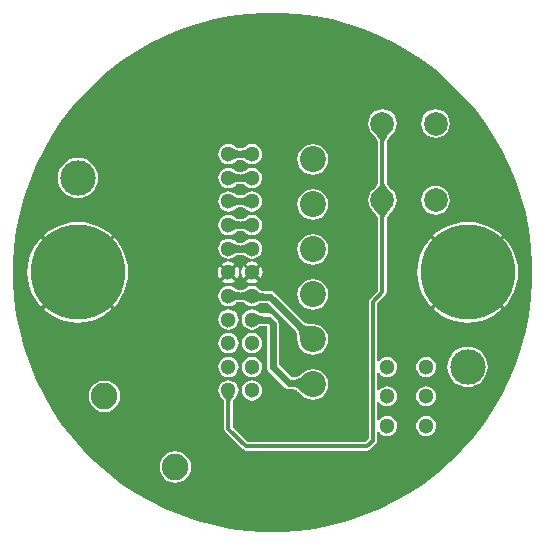
<source format=gtl>
G04*
G04 #@! TF.GenerationSoftware,Altium Limited,Altium Designer,20.1.8 (145)*
G04*
G04 Layer_Physical_Order=1*
G04 Layer_Color=255*
%FSTAX43Y43*%
%MOMM*%
G71*
G04*
G04 #@! TF.SameCoordinates,E6AD84FA-A84C-469F-AD0F-9F455A438001*
G04*
G04*
G04 #@! TF.FilePolarity,Positive*
G04*
G01*
G75*
%ADD16C,0.300*%
%ADD17C,0.600*%
%ADD18C,3.000*%
%ADD19C,2.000*%
%ADD20C,1.300*%
%ADD21C,2.200*%
%ADD22C,2.250*%
%ADD23C,8.000*%
G36*
X0097157Y0096897D02*
X0098584Y0096709D01*
X0099996Y0096428D01*
X0101387Y0096055D01*
X010275Y0095593D01*
X0104081Y0095042D01*
X0105372Y0094405D01*
X0106619Y0093685D01*
X0107816Y0092885D01*
X0108958Y0092008D01*
X0110041Y0091059D01*
X0111059Y0090041D01*
X0112008Y0088958D01*
X0112885Y0087816D01*
X0113685Y0086619D01*
X0114405Y0085372D01*
X0115042Y0084081D01*
X0115593Y008275D01*
X0116055Y0081387D01*
X0116428Y0079996D01*
X0116709Y0078584D01*
X0116897Y0077157D01*
X0116991Y007572D01*
Y0075D01*
Y007428D01*
X0116897Y0072843D01*
X0116709Y0071416D01*
X0116428Y0070004D01*
X0116055Y0068613D01*
X0115593Y0067249D01*
X0115042Y0065919D01*
X0114405Y0064628D01*
X0113685Y0063381D01*
X0112885Y0062184D01*
X0112008Y0061042D01*
X0111059Y0059959D01*
X0110041Y0058941D01*
X0108958Y0057992D01*
X0107816Y0057115D01*
X0106619Y0056315D01*
X0105372Y0055595D01*
X0104081Y0054958D01*
X010275Y0054407D01*
X0101387Y0053945D01*
X0099996Y0053572D01*
X0098584Y0053291D01*
X0097157Y0053103D01*
X009572Y0053009D01*
X009428D01*
X0092843Y0053103D01*
X0091416Y0053291D01*
X0090004Y0053572D01*
X0088613Y0053945D01*
X008725Y0054407D01*
X0085919Y0054958D01*
X0084628Y0055595D01*
X0083381Y0056315D01*
X0082184Y0057115D01*
X0081042Y0057992D01*
X0079959Y0058941D01*
X0078941Y0059959D01*
X0077992Y0061042D01*
X0077115Y0062184D01*
X0076315Y0063381D01*
X0075595Y0064628D01*
X0074958Y0065919D01*
X0074407Y0067249D01*
X0073945Y0068613D01*
X0073572Y0070004D01*
X0073291Y0071416D01*
X0073103Y0072843D01*
X0073009Y007428D01*
Y0075D01*
Y007572D01*
X0073103Y0077157D01*
X0073291Y0078584D01*
X0073572Y0079996D01*
X0073945Y0081387D01*
X0074407Y008275D01*
X0074958Y0084081D01*
X0075595Y0085372D01*
X0076315Y0086619D01*
X0077115Y0087816D01*
X0077992Y0088958D01*
X0078941Y0090041D01*
X0079959Y0091059D01*
X0081042Y0092008D01*
X0082184Y0092885D01*
X0083381Y0093685D01*
X0084628Y0094405D01*
X0085919Y0095042D01*
X008725Y0095593D01*
X0088613Y0096055D01*
X0090004Y0096428D01*
X0091416Y0096709D01*
X0092843Y0096897D01*
X009428Y0096991D01*
X009572D01*
X0097157Y0096897D01*
D02*
G37*
%LPC*%
G36*
X0108789Y0088805D02*
X0108476Y0088764D01*
X0108184Y0088643D01*
X0107933Y0088451D01*
X0107741Y00882D01*
X010762Y0087908D01*
X0107579Y0087595D01*
X010762Y0087282D01*
X0107741Y008699D01*
X0107933Y0086739D01*
X0108184Y0086547D01*
X0108476Y0086426D01*
X0108789Y0086385D01*
X0109102Y0086426D01*
X0109394Y0086547D01*
X0109645Y0086739D01*
X0109837Y008699D01*
X0109958Y0087282D01*
X011Y0087595D01*
X0109958Y0087908D01*
X0109837Y00882D01*
X0109645Y0088451D01*
X0109394Y0088643D01*
X0109102Y0088764D01*
X0108789Y0088805D01*
D02*
G37*
G36*
X009325Y0085857D02*
X0093028Y0085828D01*
X0092821Y0085742D01*
X0092644Y0085606D01*
X0092632Y008559D01*
X0092625Y0085584D01*
X0092606Y0085571D01*
X0092583Y0085558D01*
X0092556Y0085545D01*
X0092524Y0085534D01*
X0092486Y0085524D01*
X0092446Y0085516D01*
X0092385Y008551D01*
X00921D01*
X0092057Y0085515D01*
X0092014Y0085524D01*
X0091976Y0085534D01*
X0091944Y0085545D01*
X0091917Y0085558D01*
X0091894Y0085571D01*
X0091875Y0085584D01*
X0091868Y008559D01*
X0091856Y0085606D01*
X0091679Y0085742D01*
X0091472Y0085828D01*
X009125Y0085857D01*
X0091028Y0085828D01*
X0090821Y0085742D01*
X0090644Y0085606D01*
X0090508Y0085429D01*
X0090422Y0085222D01*
X0090393Y0085D01*
X0090422Y0084778D01*
X0090508Y0084571D01*
X0090644Y0084394D01*
X0090821Y0084258D01*
X0091028Y0084172D01*
X009125Y0084143D01*
X0091472Y0084172D01*
X0091679Y0084258D01*
X0091856Y0084394D01*
X0091868Y008441D01*
X0091875Y0084416D01*
X0091894Y0084429D01*
X0091917Y0084442D01*
X0091944Y0084455D01*
X0091976Y0084466D01*
X0092014Y0084476D01*
X0092054Y0084484D01*
X0092115Y008449D01*
X00924D01*
X0092443Y0084485D01*
X0092486Y0084476D01*
X0092524Y0084466D01*
X0092556Y0084455D01*
X0092583Y0084442D01*
X0092606Y0084429D01*
X0092625Y0084416D01*
X0092632Y008441D01*
X0092644Y0084394D01*
X0092821Y0084258D01*
X0093028Y0084172D01*
X009325Y0084143D01*
X0093472Y0084172D01*
X0093679Y0084258D01*
X0093856Y0084394D01*
X0093992Y0084571D01*
X0094078Y0084778D01*
X0094107Y0085D01*
X0094078Y0085222D01*
X0093992Y0085429D01*
X0093856Y0085606D01*
X0093679Y0085742D01*
X0093472Y0085828D01*
X009325Y0085857D01*
D02*
G37*
G36*
Y0083857D02*
X0093028Y0083828D01*
X0092821Y0083742D01*
X0092644Y0083606D01*
X0092632Y008359D01*
X0092625Y0083584D01*
X0092606Y0083571D01*
X0092583Y0083558D01*
X0092556Y0083545D01*
X0092524Y0083534D01*
X0092486Y0083524D01*
X0092446Y0083516D01*
X0092385Y008351D01*
X00921D01*
X0092057Y0083515D01*
X0092014Y0083524D01*
X0091976Y0083534D01*
X0091944Y0083545D01*
X0091917Y0083558D01*
X0091894Y0083571D01*
X0091875Y0083584D01*
X0091868Y008359D01*
X0091856Y0083606D01*
X0091679Y0083742D01*
X0091472Y0083828D01*
X009125Y0083857D01*
X0091028Y0083828D01*
X0090821Y0083742D01*
X0090644Y0083606D01*
X0090508Y0083429D01*
X0090422Y0083222D01*
X0090393Y0083D01*
X0090422Y0082778D01*
X0090508Y0082571D01*
X0090644Y0082394D01*
X0090821Y0082258D01*
X0091028Y0082172D01*
X009125Y0082143D01*
X0091472Y0082172D01*
X0091679Y0082258D01*
X0091856Y0082394D01*
X0091868Y008241D01*
X0091875Y0082416D01*
X0091894Y0082429D01*
X0091917Y0082442D01*
X0091944Y0082455D01*
X0091976Y0082466D01*
X0092014Y0082476D01*
X0092054Y0082484D01*
X0092115Y008249D01*
X00924D01*
X0092443Y0082485D01*
X0092486Y0082476D01*
X0092524Y0082466D01*
X0092556Y0082455D01*
X0092583Y0082442D01*
X0092606Y0082429D01*
X0092625Y0082416D01*
X0092632Y008241D01*
X0092644Y0082394D01*
X0092821Y0082258D01*
X0093028Y0082172D01*
X009325Y0082143D01*
X0093472Y0082172D01*
X0093679Y0082258D01*
X0093856Y0082394D01*
X0093992Y0082571D01*
X0094078Y0082778D01*
X0094107Y0083D01*
X0094078Y0083222D01*
X0093992Y0083429D01*
X0093856Y0083606D01*
X0093679Y0083742D01*
X0093472Y0083828D01*
X009325Y0083857D01*
D02*
G37*
G36*
X00984Y0085861D02*
X0098061Y0085817D01*
X0097744Y0085686D01*
X0097473Y0085477D01*
X0097264Y0085206D01*
X0097133Y0084889D01*
X0097089Y008455D01*
X0097133Y0084211D01*
X0097264Y0083894D01*
X0097473Y0083623D01*
X0097744Y0083414D01*
X0098061Y0083283D01*
X00984Y0083239D01*
X0098739Y0083283D01*
X0099056Y0083414D01*
X0099327Y0083623D01*
X0099536Y0083894D01*
X0099667Y0084211D01*
X0099711Y008455D01*
X0099667Y0084889D01*
X0099536Y0085206D01*
X0099327Y0085477D01*
X0099056Y0085686D01*
X0098739Y0085817D01*
X00984Y0085861D01*
D02*
G37*
G36*
X009325Y0081857D02*
X0093028Y0081828D01*
X0092821Y0081742D01*
X0092644Y0081606D01*
X0092632Y008159D01*
X0092625Y0081584D01*
X0092606Y0081571D01*
X0092583Y0081558D01*
X0092556Y0081545D01*
X0092524Y0081534D01*
X0092486Y0081524D01*
X0092446Y0081516D01*
X0092385Y008151D01*
X00921D01*
X0092057Y0081515D01*
X0092014Y0081524D01*
X0091976Y0081534D01*
X0091944Y0081545D01*
X0091917Y0081558D01*
X0091894Y0081571D01*
X0091875Y0081584D01*
X0091868Y008159D01*
X0091856Y0081606D01*
X0091679Y0081742D01*
X0091472Y0081828D01*
X009125Y0081857D01*
X0091028Y0081828D01*
X0090821Y0081742D01*
X0090644Y0081606D01*
X0090508Y0081429D01*
X0090422Y0081222D01*
X0090393Y0081D01*
X0090422Y0080778D01*
X0090508Y0080571D01*
X0090644Y0080394D01*
X0090821Y0080258D01*
X0091028Y0080172D01*
X009125Y0080143D01*
X0091472Y0080172D01*
X0091679Y0080258D01*
X0091856Y0080394D01*
X0091868Y008041D01*
X0091875Y0080416D01*
X0091894Y0080429D01*
X0091917Y0080442D01*
X0091944Y0080455D01*
X0091976Y0080466D01*
X0092014Y0080476D01*
X0092054Y0080484D01*
X0092115Y008049D01*
X00924D01*
X0092443Y0080485D01*
X0092486Y0080476D01*
X0092524Y0080466D01*
X0092556Y0080455D01*
X0092583Y0080442D01*
X0092606Y0080429D01*
X0092625Y0080416D01*
X0092632Y008041D01*
X0092644Y0080394D01*
X0092821Y0080258D01*
X0093028Y0080172D01*
X009325Y0080143D01*
X0093472Y0080172D01*
X0093679Y0080258D01*
X0093856Y0080394D01*
X0093992Y0080571D01*
X0094078Y0080778D01*
X0094107Y0081D01*
X0094078Y0081222D01*
X0093992Y0081429D01*
X0093856Y0081606D01*
X0093679Y0081742D01*
X0093472Y0081828D01*
X009325Y0081857D01*
D02*
G37*
G36*
X00785Y0084708D02*
X0078167Y0084675D01*
X0077846Y0084578D01*
X0077551Y008442D01*
X0077292Y0084208D01*
X007708Y0083949D01*
X0076922Y0083654D01*
X0076825Y0083333D01*
X0076792Y0083D01*
X0076825Y0082667D01*
X0076922Y0082346D01*
X007708Y0082051D01*
X0077292Y0081792D01*
X0077551Y008158D01*
X0077846Y0081422D01*
X0078167Y0081325D01*
X00785Y0081292D01*
X0078833Y0081325D01*
X0079154Y0081422D01*
X0079449Y008158D01*
X0079708Y0081792D01*
X007992Y0082051D01*
X0080078Y0082346D01*
X0080175Y0082667D01*
X0080208Y0083D01*
X0080175Y0083333D01*
X0080078Y0083654D01*
X007992Y0083949D01*
X0079708Y0084208D01*
X0079449Y008442D01*
X0079154Y0084578D01*
X0078833Y0084675D01*
X00785Y0084708D01*
D02*
G37*
G36*
X0108789Y0082305D02*
X0108476Y0082264D01*
X0108184Y0082143D01*
X0107933Y0081951D01*
X0107741Y00817D01*
X010762Y0081408D01*
X0107579Y0081095D01*
X010762Y0080782D01*
X0107741Y008049D01*
X0107933Y0080239D01*
X0108184Y0080047D01*
X0108476Y0079926D01*
X0108789Y0079885D01*
X0109102Y0079926D01*
X0109394Y0080047D01*
X0109645Y0080239D01*
X0109837Y008049D01*
X0109958Y0080782D01*
X011Y0081095D01*
X0109958Y0081408D01*
X0109837Y00817D01*
X0109645Y0081951D01*
X0109394Y0082143D01*
X0109102Y0082264D01*
X0108789Y0082305D01*
D02*
G37*
G36*
X009325Y0079857D02*
X0093028Y0079828D01*
X0092821Y0079742D01*
X0092644Y0079606D01*
X0092632Y007959D01*
X0092625Y0079584D01*
X0092606Y0079571D01*
X0092583Y0079558D01*
X0092556Y0079545D01*
X0092524Y0079534D01*
X0092486Y0079524D01*
X0092446Y0079516D01*
X0092385Y007951D01*
X00921D01*
X0092057Y0079515D01*
X0092014Y0079524D01*
X0091976Y0079534D01*
X0091944Y0079545D01*
X0091917Y0079558D01*
X0091894Y0079571D01*
X0091875Y0079584D01*
X0091868Y007959D01*
X0091856Y0079606D01*
X0091679Y0079742D01*
X0091472Y0079828D01*
X009125Y0079857D01*
X0091028Y0079828D01*
X0090821Y0079742D01*
X0090644Y0079606D01*
X0090508Y0079429D01*
X0090422Y0079222D01*
X0090393Y0079D01*
X0090422Y0078778D01*
X0090508Y0078571D01*
X0090644Y0078394D01*
X0090821Y0078258D01*
X0091028Y0078172D01*
X009125Y0078143D01*
X0091472Y0078172D01*
X0091679Y0078258D01*
X0091856Y0078394D01*
X0091868Y007841D01*
X0091875Y0078416D01*
X0091894Y0078429D01*
X0091917Y0078442D01*
X0091944Y0078455D01*
X0091976Y0078466D01*
X0092014Y0078476D01*
X0092054Y0078484D01*
X0092115Y007849D01*
X00924D01*
X0092443Y0078485D01*
X0092486Y0078476D01*
X0092524Y0078466D01*
X0092556Y0078455D01*
X0092583Y0078442D01*
X0092606Y0078429D01*
X0092625Y0078416D01*
X0092632Y007841D01*
X0092644Y0078394D01*
X0092821Y0078258D01*
X0093028Y0078172D01*
X009325Y0078143D01*
X0093472Y0078172D01*
X0093679Y0078258D01*
X0093856Y0078394D01*
X0093992Y0078571D01*
X0094078Y0078778D01*
X0094107Y0079D01*
X0094078Y0079222D01*
X0093992Y0079429D01*
X0093856Y0079606D01*
X0093679Y0079742D01*
X0093472Y0079828D01*
X009325Y0079857D01*
D02*
G37*
G36*
X00984Y0082051D02*
X0098061Y0082007D01*
X0097744Y0081876D01*
X0097473Y0081667D01*
X0097264Y0081396D01*
X0097133Y0081079D01*
X0097089Y008074D01*
X0097133Y0080401D01*
X0097264Y0080084D01*
X0097473Y0079813D01*
X0097744Y0079604D01*
X0098061Y0079473D01*
X00984Y0079429D01*
X0098739Y0079473D01*
X0099056Y0079604D01*
X0099327Y0079813D01*
X0099536Y0080084D01*
X0099667Y0080401D01*
X0099711Y008074D01*
X0099667Y0081079D01*
X0099536Y0081396D01*
X0099327Y0081667D01*
X0099056Y0081876D01*
X0098739Y0082007D01*
X00984Y0082051D01*
D02*
G37*
G36*
X009325Y0077857D02*
X0093028Y0077828D01*
X0092821Y0077742D01*
X0092644Y0077606D01*
X0092632Y007759D01*
X0092625Y0077584D01*
X0092606Y0077571D01*
X0092583Y0077558D01*
X0092556Y0077545D01*
X0092524Y0077534D01*
X0092486Y0077524D01*
X0092446Y0077516D01*
X0092385Y007751D01*
X00921D01*
X0092057Y0077515D01*
X0092014Y0077524D01*
X0091976Y0077534D01*
X0091944Y0077545D01*
X0091917Y0077558D01*
X0091894Y0077571D01*
X0091875Y0077584D01*
X0091868Y007759D01*
X0091856Y0077606D01*
X0091679Y0077742D01*
X0091472Y0077828D01*
X009125Y0077857D01*
X0091028Y0077828D01*
X0090821Y0077742D01*
X0090644Y0077606D01*
X0090508Y0077429D01*
X0090422Y0077222D01*
X0090393Y0077D01*
X0090422Y0076778D01*
X0090508Y0076571D01*
X0090644Y0076394D01*
X0090821Y0076258D01*
X0091028Y0076172D01*
X009125Y0076143D01*
X0091472Y0076172D01*
X0091679Y0076258D01*
X0091856Y0076394D01*
X0091868Y007641D01*
X0091875Y0076416D01*
X0091894Y0076429D01*
X0091917Y0076442D01*
X0091944Y0076455D01*
X0091976Y0076466D01*
X0092014Y0076476D01*
X0092054Y0076484D01*
X0092115Y007649D01*
X00924D01*
X0092443Y0076485D01*
X0092486Y0076476D01*
X0092524Y0076466D01*
X0092556Y0076455D01*
X0092583Y0076442D01*
X0092606Y0076429D01*
X0092625Y0076416D01*
X0092632Y007641D01*
X0092644Y0076394D01*
X0092821Y0076258D01*
X0093028Y0076172D01*
X009325Y0076143D01*
X0093472Y0076172D01*
X0093679Y0076258D01*
X0093856Y0076394D01*
X0093992Y0076571D01*
X0094078Y0076778D01*
X0094107Y0077D01*
X0094078Y0077222D01*
X0093992Y0077429D01*
X0093856Y0077606D01*
X0093679Y0077742D01*
X0093472Y0077828D01*
X009325Y0077857D01*
D02*
G37*
G36*
X00984Y0078241D02*
X0098061Y0078197D01*
X0097744Y0078066D01*
X0097473Y0077857D01*
X0097264Y0077586D01*
X0097133Y0077269D01*
X0097089Y007693D01*
X0097133Y0076591D01*
X0097264Y0076274D01*
X0097473Y0076003D01*
X0097744Y0075794D01*
X0098061Y0075663D01*
X00984Y0075619D01*
X0098739Y0075663D01*
X0099056Y0075794D01*
X0099327Y0076003D01*
X0099536Y0076274D01*
X0099667Y0076591D01*
X0099711Y007693D01*
X0099667Y0077269D01*
X0099536Y0077586D01*
X0099327Y0077857D01*
X0099056Y0078066D01*
X0098739Y0078197D01*
X00984Y0078241D01*
D02*
G37*
G36*
X01115Y0079263D02*
X0110944Y0079227D01*
X0110397Y0079118D01*
X0109869Y0078939D01*
X0109368Y0078692D01*
X0108905Y0078382D01*
X0108599Y0078114D01*
X01115Y0075212D01*
X0114401Y0078114D01*
X0114095Y0078382D01*
X0113632Y0078692D01*
X0113131Y0078939D01*
X0112603Y0079118D01*
X0112056Y0079227D01*
X01115Y0079263D01*
D02*
G37*
G36*
X00785D02*
X0077944Y0079227D01*
X0077397Y0079118D01*
X0076869Y0078939D01*
X0076368Y0078692D01*
X0075905Y0078382D01*
X0075599Y0078114D01*
X00785Y0075212D01*
X0081401Y0078114D01*
X0081095Y0078382D01*
X0080632Y0078692D01*
X0080131Y0078939D01*
X0079603Y0079118D01*
X0079056Y0079227D01*
X00785Y0079263D01*
D02*
G37*
G36*
X009325Y0075912D02*
X0093014Y0075881D01*
X0092794Y007579D01*
X0092725Y0075737D01*
X009325Y0075212D01*
X0093775Y0075737D01*
X0093706Y007579D01*
X0093486Y0075881D01*
X009325Y0075912D01*
D02*
G37*
G36*
X009125D02*
X0091014Y0075881D01*
X0090794Y007579D01*
X0090725Y0075737D01*
X009125Y0075212D01*
X0091775Y0075737D01*
X0091706Y007579D01*
X0091486Y0075881D01*
X009125Y0075912D01*
D02*
G37*
G36*
X0093987Y0075525D02*
X0093462Y0075D01*
X0093987Y0074475D01*
X009404Y0074544D01*
X0094131Y0074764D01*
X0094162Y0075D01*
X0094131Y0075236D01*
X009404Y0075456D01*
X0093987Y0075525D01*
D02*
G37*
G36*
X0091987D02*
X0091462Y0075D01*
X0091987Y0074475D01*
X009204Y0074544D01*
X0092131Y0074764D01*
X0092162Y0075D01*
X0092131Y0075236D01*
X009204Y0075456D01*
X0091987Y0075525D01*
D02*
G37*
G36*
X0092513D02*
X009246Y0075456D01*
X0092369Y0075236D01*
X0092338Y0075D01*
X0092369Y0074764D01*
X009246Y0074544D01*
X0092513Y0074475D01*
X0093038Y0075D01*
X0092513Y0075525D01*
D02*
G37*
G36*
X0090513D02*
X009046Y0075456D01*
X0090369Y0075236D01*
X0090338Y0075D01*
X0090369Y0074764D01*
X009046Y0074544D01*
X0090513Y0074475D01*
X0091038Y0075D01*
X0090513Y0075525D01*
D02*
G37*
G36*
X009325Y0074788D02*
X0092725Y0074263D01*
X0092794Y007421D01*
X0093014Y0074119D01*
X009325Y0074088D01*
X0093486Y0074119D01*
X0093706Y007421D01*
X0093775Y0074263D01*
X009325Y0074788D01*
D02*
G37*
G36*
X009125D02*
X0090725Y0074263D01*
X0090794Y007421D01*
X0091014Y0074119D01*
X009125Y0074088D01*
X0091486Y0074119D01*
X0091706Y007421D01*
X0091775Y0074263D01*
X009125Y0074788D01*
D02*
G37*
G36*
X009325Y0073857D02*
X0093028Y0073828D01*
X0092821Y0073742D01*
X0092644Y0073606D01*
X0092632Y007359D01*
X0092625Y0073584D01*
X0092606Y0073571D01*
X0092583Y0073558D01*
X0092556Y0073545D01*
X0092524Y0073534D01*
X0092486Y0073524D01*
X0092446Y0073516D01*
X0092385Y007351D01*
X00921D01*
X0092057Y0073515D01*
X0092014Y0073524D01*
X0091976Y0073534D01*
X0091944Y0073545D01*
X0091917Y0073558D01*
X0091894Y0073571D01*
X0091875Y0073584D01*
X0091868Y007359D01*
X0091856Y0073606D01*
X0091679Y0073742D01*
X0091472Y0073828D01*
X009125Y0073857D01*
X0091028Y0073828D01*
X0090821Y0073742D01*
X0090644Y0073606D01*
X0090508Y0073429D01*
X0090422Y0073222D01*
X0090393Y0073D01*
X0090422Y0072778D01*
X0090508Y0072571D01*
X0090644Y0072394D01*
X0090821Y0072258D01*
X0091028Y0072172D01*
X009125Y0072143D01*
X0091472Y0072172D01*
X0091679Y0072258D01*
X0091856Y0072394D01*
X0091868Y007241D01*
X0091875Y0072416D01*
X0091894Y0072429D01*
X0091917Y0072442D01*
X0091944Y0072455D01*
X0091976Y0072466D01*
X0092014Y0072476D01*
X0092054Y0072484D01*
X0092115Y007249D01*
X00924D01*
X0092443Y0072485D01*
X0092486Y0072476D01*
X0092524Y0072466D01*
X0092556Y0072455D01*
X0092583Y0072442D01*
X0092606Y0072429D01*
X0092625Y0072416D01*
X0092632Y007241D01*
X0092644Y0072394D01*
X0092821Y0072258D01*
X0093028Y0072172D01*
X009325Y0072143D01*
X0093472Y0072172D01*
X0093679Y0072258D01*
X0093749Y0072311D01*
X0093763Y0072317D01*
X0093789Y0072336D01*
X0093811Y0072348D01*
X0093837Y0072359D01*
X0093868Y007237D01*
X0093905Y0072381D01*
X0093946Y0072389D01*
X009399Y0072396D01*
X0094042Y00724D01*
X0094589D01*
X0096886Y0070103D01*
X0096923Y0070053D01*
X0096963Y0069987D01*
X0096998Y0069914D01*
X0097028Y0069834D01*
X0097053Y0069747D01*
X0097072Y0069652D01*
X0097086Y006955D01*
X0097094Y006944D01*
X0097095Y0069361D01*
X0097089Y006931D01*
X0097133Y0068971D01*
X0097264Y0068654D01*
X0097473Y0068383D01*
X0097744Y0068174D01*
X0098061Y0068043D01*
X00984Y0067999D01*
X0098739Y0068043D01*
X0099056Y0068174D01*
X0099327Y0068383D01*
X0099536Y0068654D01*
X0099667Y0068971D01*
X0099711Y006931D01*
X0099667Y0069649D01*
X0099536Y0069966D01*
X0099327Y0070237D01*
X0099056Y0070446D01*
X0098739Y0070577D01*
X00984Y0070621D01*
X0098349Y0070615D01*
X009827Y0070616D01*
X009816Y0070624D01*
X0098058Y0070638D01*
X0097963Y0070657D01*
X0097876Y0070682D01*
X0097796Y0070712D01*
X0097723Y0070747D01*
X0097657Y0070787D01*
X0097607Y0070824D01*
X009516Y007327D01*
X0094995Y0073381D01*
X00948Y007342D01*
X0094146D01*
X0094101Y0073426D01*
X0094062Y0073435D01*
X0094029Y0073446D01*
X0094002Y0073457D01*
X009398Y0073469D01*
X0093962Y0073482D01*
X0093948Y0073494D01*
X0093929Y0073518D01*
X0093917Y0073527D01*
X0093856Y0073606D01*
X0093679Y0073742D01*
X0093472Y0073828D01*
X009325Y0073857D01*
D02*
G37*
G36*
X0114614Y0077901D02*
X0111712Y0075D01*
X0114614Y0072099D01*
X0114882Y0072405D01*
X0115192Y0072868D01*
X0115439Y0073369D01*
X0115618Y0073897D01*
X0115727Y0074444D01*
X0115763Y0075D01*
X0115727Y0075556D01*
X0115618Y0076103D01*
X0115439Y0076631D01*
X0115192Y0077132D01*
X0114882Y0077595D01*
X0114614Y0077901D01*
D02*
G37*
G36*
X0075386Y0077901D02*
X0075118Y0077595D01*
X0074808Y0077132D01*
X0074561Y0076631D01*
X0074382Y0076103D01*
X0074273Y0075556D01*
X0074237Y0075D01*
X0074273Y0074444D01*
X0074382Y0073897D01*
X0074561Y0073369D01*
X0074808Y0072868D01*
X0075118Y0072405D01*
X0075386Y0072099D01*
X0078288Y0075D01*
X0075386Y0077901D01*
D02*
G37*
G36*
X0108386Y0077901D02*
X0108118Y0077595D01*
X0107808Y0077132D01*
X0107561Y0076631D01*
X0107382Y0076103D01*
X0107273Y0075556D01*
X0107237Y0075D01*
X0107273Y0074444D01*
X0107382Y0073897D01*
X0107561Y0073369D01*
X0107808Y0072868D01*
X0108118Y0072405D01*
X0108386Y0072099D01*
X0111288Y0075D01*
X0108386Y0077901D01*
D02*
G37*
G36*
X0081614Y0077901D02*
X0078712Y0075D01*
X0081614Y0072099D01*
X0081882Y0072405D01*
X0082192Y0072868D01*
X0082439Y0073369D01*
X0082618Y0073897D01*
X0082727Y0074444D01*
X0082763Y0075D01*
X0082727Y0075556D01*
X0082618Y0076103D01*
X0082439Y0076631D01*
X0082192Y0077132D01*
X0081882Y0077595D01*
X0081614Y0077901D01*
D02*
G37*
G36*
X00984Y0074431D02*
X0098061Y0074387D01*
X0097744Y0074256D01*
X0097473Y0074047D01*
X0097264Y0073776D01*
X0097133Y0073459D01*
X0097089Y007312D01*
X0097133Y0072781D01*
X0097264Y0072464D01*
X0097473Y0072193D01*
X0097744Y0071984D01*
X0098061Y0071853D01*
X00984Y0071809D01*
X0098739Y0071853D01*
X0099056Y0071984D01*
X0099327Y0072193D01*
X0099536Y0072464D01*
X0099667Y0072781D01*
X0099711Y007312D01*
X0099667Y0073459D01*
X0099536Y0073776D01*
X0099327Y0074047D01*
X0099056Y0074256D01*
X0098739Y0074387D01*
X00984Y0074431D01*
D02*
G37*
G36*
X01115Y0074788D02*
X0108599Y0071886D01*
X0108905Y0071618D01*
X0109368Y0071308D01*
X0109869Y0071061D01*
X0110397Y0070882D01*
X0110944Y0070773D01*
X01115Y0070737D01*
X0112056Y0070773D01*
X0112603Y0070882D01*
X0113131Y0071061D01*
X0113632Y0071308D01*
X0114095Y0071618D01*
X0114401Y0071886D01*
X01115Y0074788D01*
D02*
G37*
G36*
X00785Y0074788D02*
X0075599Y0071886D01*
X0075905Y0071618D01*
X0076368Y0071308D01*
X0076869Y0071061D01*
X0077397Y0070882D01*
X0077944Y0070773D01*
X00785Y0070737D01*
X0079056Y0070773D01*
X0079603Y0070882D01*
X0080131Y0071061D01*
X0080632Y0071308D01*
X0081095Y0071618D01*
X0081401Y0071886D01*
X00785Y0074788D01*
D02*
G37*
G36*
X009125Y0071857D02*
X0091028Y0071828D01*
X0090821Y0071742D01*
X0090644Y0071606D01*
X0090508Y0071429D01*
X0090422Y0071222D01*
X0090393Y0071D01*
X0090422Y0070778D01*
X0090508Y0070571D01*
X0090644Y0070394D01*
X0090821Y0070258D01*
X0091028Y0070172D01*
X009125Y0070143D01*
X0091472Y0070172D01*
X0091679Y0070258D01*
X0091856Y0070394D01*
X0091992Y0070571D01*
X0092078Y0070778D01*
X0092107Y0071D01*
X0092078Y0071222D01*
X0091992Y0071429D01*
X0091856Y0071606D01*
X0091679Y0071742D01*
X0091472Y0071828D01*
X009125Y0071857D01*
D02*
G37*
G36*
X009325Y0069857D02*
X0093028Y0069828D01*
X0092821Y0069742D01*
X0092644Y0069606D01*
X0092508Y0069429D01*
X0092422Y0069222D01*
X0092393Y0069D01*
X0092422Y0068778D01*
X0092508Y0068571D01*
X0092644Y0068394D01*
X0092821Y0068258D01*
X0093028Y0068172D01*
X009325Y0068143D01*
X0093472Y0068172D01*
X0093679Y0068258D01*
X0093856Y0068394D01*
X0093992Y0068571D01*
X0094078Y0068778D01*
X0094107Y0069D01*
X0094078Y0069222D01*
X0093992Y0069429D01*
X0093856Y0069606D01*
X0093679Y0069742D01*
X0093472Y0069828D01*
X009325Y0069857D01*
D02*
G37*
G36*
X009125D02*
X0091028Y0069828D01*
X0090821Y0069742D01*
X0090644Y0069606D01*
X0090508Y0069429D01*
X0090422Y0069222D01*
X0090393Y0069D01*
X0090422Y0068778D01*
X0090508Y0068571D01*
X0090644Y0068394D01*
X0090821Y0068258D01*
X0091028Y0068172D01*
X009125Y0068143D01*
X0091472Y0068172D01*
X0091679Y0068258D01*
X0091856Y0068394D01*
X0091992Y0068571D01*
X0092078Y0068778D01*
X0092107Y0069D01*
X0092078Y0069222D01*
X0091992Y0069429D01*
X0091856Y0069606D01*
X0091679Y0069742D01*
X0091472Y0069828D01*
X009125Y0069857D01*
D02*
G37*
G36*
X0108Y0067857D02*
X0107778Y0067828D01*
X0107571Y0067742D01*
X0107394Y0067606D01*
X0107258Y0067429D01*
X0107172Y0067222D01*
X0107143Y0067D01*
X0107172Y0066778D01*
X0107258Y0066571D01*
X0107394Y0066394D01*
X0107571Y0066258D01*
X0107778Y0066172D01*
X0108Y0066143D01*
X0108222Y0066172D01*
X0108429Y0066258D01*
X0108606Y0066394D01*
X0108742Y0066571D01*
X0108828Y0066778D01*
X0108857Y0067D01*
X0108828Y0067222D01*
X0108742Y0067429D01*
X0108606Y0067606D01*
X0108429Y0067742D01*
X0108222Y0067828D01*
X0108Y0067857D01*
D02*
G37*
G36*
X0104289Y0088805D02*
X0103976Y0088764D01*
X0103684Y0088643D01*
X0103433Y0088451D01*
X0103241Y00882D01*
X010312Y0087908D01*
X0103079Y0087595D01*
X010312Y0087282D01*
X0103241Y008699D01*
X0103433Y0086739D01*
X0103471Y008671D01*
X0103545Y0086636D01*
X0103712Y0086446D01*
X0103776Y0086363D01*
X0103829Y0086284D01*
X010387Y0086212D01*
X0103901Y0086148D01*
X0103921Y0086092D01*
X0103932Y0086045D01*
X0103932Y0086035D01*
Y0082655D01*
X0103932Y0082645D01*
X0103921Y0082598D01*
X0103901Y0082542D01*
X010387Y0082478D01*
X0103829Y0082406D01*
X0103776Y0082327D01*
X0103712Y0082244D01*
X0103545Y0082054D01*
X0103471Y008198D01*
X0103433Y0081951D01*
X0103241Y00817D01*
X010312Y0081408D01*
X0103079Y0081095D01*
X010312Y0080782D01*
X0103241Y008049D01*
X0103433Y0080239D01*
X0103471Y008021D01*
X0103545Y0080136D01*
X0103712Y0079946D01*
X0103776Y0079863D01*
X0103829Y0079784D01*
X010387Y0079712D01*
X0103901Y0079648D01*
X0103921Y0079592D01*
X0103932Y0079545D01*
X0103932Y0079535D01*
Y0073437D01*
X0103248Y0072752D01*
X010317Y0072637D01*
X0103143Y00725D01*
Y0060898D01*
X0102852Y0060607D01*
X0092898D01*
X0091607Y0061898D01*
Y0064012D01*
X0091611Y0064038D01*
X0091621Y0064072D01*
X0091635Y0064109D01*
X0091655Y0064149D01*
X0091681Y0064192D01*
X0091712Y0064236D01*
X0091798Y006434D01*
X0091837Y0064379D01*
X0091856Y0064394D01*
X0091992Y0064571D01*
X0092078Y0064778D01*
X0092107Y0065D01*
X0092078Y0065222D01*
X0091992Y0065429D01*
X0091856Y0065606D01*
X0091679Y0065742D01*
X0091472Y0065828D01*
X009125Y0065857D01*
X0091028Y0065828D01*
X0090821Y0065742D01*
X0090644Y0065606D01*
X0090508Y0065429D01*
X0090422Y0065222D01*
X0090393Y0065D01*
X0090422Y0064778D01*
X0090508Y0064571D01*
X0090644Y0064394D01*
X0090663Y0064379D01*
X0090703Y0064338D01*
X0090748Y0064287D01*
X0090787Y0064238D01*
X0090819Y0064192D01*
X0090845Y0064149D01*
X0090865Y0064109D01*
X0090879Y0064072D01*
X0090889Y0064038D01*
X0090893Y0064012D01*
Y006175D01*
X009092Y0061613D01*
X0090998Y0061498D01*
X0092498Y0059998D01*
X0092613Y005992D01*
X009275Y0059893D01*
X0103D01*
X0103137Y005992D01*
X0103252Y0059998D01*
X0103752Y0060498D01*
X010383Y0060613D01*
X0103857Y006075D01*
Y0061494D01*
X0103984Y0061537D01*
X0104094Y0061394D01*
X0104271Y0061258D01*
X0104478Y0061172D01*
X01047Y0061143D01*
X0104922Y0061172D01*
X0105129Y0061258D01*
X0105306Y0061394D01*
X0105442Y0061571D01*
X0105528Y0061778D01*
X0105557Y0062D01*
X0105528Y0062222D01*
X0105442Y0062429D01*
X0105306Y0062606D01*
X0105129Y0062742D01*
X0104922Y0062828D01*
X01047Y0062857D01*
X0104478Y0062828D01*
X0104271Y0062742D01*
X0104094Y0062606D01*
X0103984Y0062463D01*
X0103857Y0062506D01*
Y0063994D01*
X0103984Y0064037D01*
X0104094Y0063894D01*
X0104271Y0063758D01*
X0104478Y0063672D01*
X01047Y0063643D01*
X0104922Y0063672D01*
X0105129Y0063758D01*
X0105306Y0063894D01*
X0105442Y0064071D01*
X0105528Y0064278D01*
X0105557Y00645D01*
X0105528Y0064722D01*
X0105442Y0064929D01*
X0105306Y0065106D01*
X0105129Y0065242D01*
X0104922Y0065328D01*
X01047Y0065357D01*
X0104478Y0065328D01*
X0104271Y0065242D01*
X0104094Y0065106D01*
X0103984Y0064963D01*
X0103857Y0065006D01*
Y0066494D01*
X0103984Y0066537D01*
X0104094Y0066394D01*
X0104271Y0066258D01*
X0104478Y0066172D01*
X01047Y0066143D01*
X0104922Y0066172D01*
X0105129Y0066258D01*
X0105306Y0066394D01*
X0105442Y0066571D01*
X0105528Y0066778D01*
X0105557Y0067D01*
X0105528Y0067222D01*
X0105442Y0067429D01*
X0105306Y0067606D01*
X0105129Y0067742D01*
X0104922Y0067828D01*
X01047Y0067857D01*
X0104478Y0067828D01*
X0104271Y0067742D01*
X0104094Y0067606D01*
X0103984Y0067463D01*
X0103857Y0067506D01*
Y0072352D01*
X0104541Y0073037D01*
X0104619Y0073153D01*
X0104646Y0073289D01*
Y0079535D01*
X0104647Y0079545D01*
X0104657Y0079592D01*
X0104677Y0079648D01*
X0104708Y0079712D01*
X010475Y0079784D01*
X0104803Y0079863D01*
X0104866Y0079946D01*
X0105034Y0080136D01*
X0105107Y008021D01*
X0105145Y0080239D01*
X0105337Y008049D01*
X0105458Y0080782D01*
X01055Y0081095D01*
X0105458Y0081408D01*
X0105337Y00817D01*
X0105145Y0081951D01*
X0105107Y008198D01*
X0105034Y0082054D01*
X0104866Y0082244D01*
X0104803Y0082327D01*
X010475Y0082406D01*
X0104708Y0082478D01*
X0104677Y0082542D01*
X0104657Y0082598D01*
X0104647Y0082645D01*
X0104646Y0082655D01*
Y0086035D01*
X0104647Y0086045D01*
X0104657Y0086092D01*
X0104677Y0086148D01*
X0104708Y0086212D01*
X010475Y0086284D01*
X0104803Y0086363D01*
X0104866Y0086446D01*
X0105034Y0086636D01*
X0105107Y008671D01*
X0105145Y0086739D01*
X0105337Y008699D01*
X0105458Y0087282D01*
X01055Y0087595D01*
X0105458Y0087908D01*
X0105337Y00882D01*
X0105145Y0088451D01*
X0104894Y0088643D01*
X0104602Y0088764D01*
X0104289Y0088805D01*
D02*
G37*
G36*
X009325Y0067857D02*
X0093028Y0067828D01*
X0092821Y0067742D01*
X0092644Y0067606D01*
X0092508Y0067429D01*
X0092422Y0067222D01*
X0092393Y0067D01*
X0092422Y0066778D01*
X0092508Y0066571D01*
X0092644Y0066394D01*
X0092821Y0066258D01*
X0093028Y0066172D01*
X009325Y0066143D01*
X0093472Y0066172D01*
X0093679Y0066258D01*
X0093856Y0066394D01*
X0093992Y0066571D01*
X0094078Y0066778D01*
X0094107Y0067D01*
X0094078Y0067222D01*
X0093992Y0067429D01*
X0093856Y0067606D01*
X0093679Y0067742D01*
X0093472Y0067828D01*
X009325Y0067857D01*
D02*
G37*
G36*
X009125D02*
X0091028Y0067828D01*
X0090821Y0067742D01*
X0090644Y0067606D01*
X0090508Y0067429D01*
X0090422Y0067222D01*
X0090393Y0067D01*
X0090422Y0066778D01*
X0090508Y0066571D01*
X0090644Y0066394D01*
X0090821Y0066258D01*
X0091028Y0066172D01*
X009125Y0066143D01*
X0091472Y0066172D01*
X0091679Y0066258D01*
X0091856Y0066394D01*
X0091992Y0066571D01*
X0092078Y0066778D01*
X0092107Y0067D01*
X0092078Y0067222D01*
X0091992Y0067429D01*
X0091856Y0067606D01*
X0091679Y0067742D01*
X0091472Y0067828D01*
X009125Y0067857D01*
D02*
G37*
G36*
X01115Y0068708D02*
X0111167Y0068675D01*
X0110846Y0068578D01*
X0110551Y006842D01*
X0110292Y0068208D01*
X011008Y0067949D01*
X0109922Y0067654D01*
X0109825Y0067333D01*
X0109792Y0067D01*
X0109825Y0066667D01*
X0109922Y0066346D01*
X011008Y0066051D01*
X0110292Y0065792D01*
X0110551Y006558D01*
X0110846Y0065422D01*
X0111167Y0065325D01*
X01115Y0065292D01*
X0111833Y0065325D01*
X0112154Y0065422D01*
X0112449Y006558D01*
X0112708Y0065792D01*
X011292Y0066051D01*
X0113078Y0066346D01*
X0113175Y0066667D01*
X0113208Y0067D01*
X0113175Y0067333D01*
X0113078Y0067654D01*
X011292Y0067949D01*
X0112708Y0068208D01*
X0112449Y006842D01*
X0112154Y0068578D01*
X0111833Y0068675D01*
X01115Y0068708D01*
D02*
G37*
G36*
X009325Y0071857D02*
X0093028Y0071828D01*
X0092821Y0071742D01*
X0092644Y0071606D01*
X0092508Y0071429D01*
X0092422Y0071222D01*
X0092393Y0071D01*
X0092422Y0070778D01*
X0092508Y0070571D01*
X0092644Y0070394D01*
X0092821Y0070258D01*
X0093028Y0070172D01*
X009325Y0070143D01*
X0093472Y0070172D01*
X0093679Y0070258D01*
X0093856Y0070394D01*
X0093868Y007041D01*
X0093875Y0070416D01*
X0093894Y0070429D01*
X0093917Y0070442D01*
X0093944Y0070455D01*
X0093976Y0070466D01*
X0094014Y0070476D01*
X0094054Y0070484D01*
X0094115Y007049D01*
X0094437D01*
X009449Y0070437D01*
Y0067D01*
X0094529Y0066805D01*
X009464Y006664D01*
X009604Y006524D01*
X0096205Y0065129D01*
X00964Y006509D01*
X0096745D01*
X0096807Y006508D01*
X009688Y0065061D01*
X0096952Y0065034D01*
X0097024Y0064998D01*
X0097097Y0064953D01*
X009717Y0064898D01*
X0097243Y0064834D01*
X0097316Y006476D01*
X0097394Y0064671D01*
X0097403Y0064664D01*
X0097473Y0064573D01*
X0097744Y0064364D01*
X0098061Y0064233D01*
X00984Y0064189D01*
X0098739Y0064233D01*
X0099056Y0064364D01*
X0099327Y0064573D01*
X0099536Y0064844D01*
X0099667Y0065161D01*
X0099711Y00655D01*
X0099667Y0065839D01*
X0099536Y0066156D01*
X0099327Y0066427D01*
X0099056Y0066636D01*
X0098739Y0066767D01*
X00984Y0066811D01*
X0098061Y0066767D01*
X0097744Y0066636D01*
X0097572Y0066503D01*
X0097559Y0066497D01*
X0097489Y006644D01*
X0097473Y0066427D01*
X0097471Y0066425D01*
X009746Y0066416D01*
X0097367Y0066348D01*
X0097277Y0066289D01*
X0097189Y0066238D01*
X0097103Y0066196D01*
X009702Y0066162D01*
X009694Y0066136D01*
X0096863Y0066118D01*
X0096804Y006611D01*
X0096611D01*
X009551Y0067211D01*
Y0070649D01*
X0095471Y0070844D01*
X009536Y0071009D01*
X0095009Y007136D01*
X0094844Y0071471D01*
X0094649Y007151D01*
X00941D01*
X0094057Y0071515D01*
X0094014Y0071524D01*
X0093976Y0071534D01*
X0093944Y0071545D01*
X0093917Y0071558D01*
X0093894Y0071571D01*
X0093875Y0071584D01*
X0093868Y007159D01*
X0093856Y0071606D01*
X0093679Y0071742D01*
X0093472Y0071828D01*
X009325Y0071857D01*
D02*
G37*
G36*
Y0065857D02*
X0093028Y0065828D01*
X0092821Y0065742D01*
X0092644Y0065606D01*
X0092508Y0065429D01*
X0092422Y0065222D01*
X0092393Y0065D01*
X0092422Y0064778D01*
X0092508Y0064571D01*
X0092644Y0064394D01*
X0092821Y0064258D01*
X0093028Y0064172D01*
X009325Y0064143D01*
X0093472Y0064172D01*
X0093679Y0064258D01*
X0093856Y0064394D01*
X0093992Y0064571D01*
X0094078Y0064778D01*
X0094107Y0065D01*
X0094078Y0065222D01*
X0093992Y0065429D01*
X0093856Y0065606D01*
X0093679Y0065742D01*
X0093472Y0065828D01*
X009325Y0065857D01*
D02*
G37*
G36*
X0108Y0065357D02*
X0107778Y0065328D01*
X0107571Y0065242D01*
X0107394Y0065106D01*
X0107258Y0064929D01*
X0107172Y0064722D01*
X0107143Y00645D01*
X0107172Y0064278D01*
X0107258Y0064071D01*
X0107394Y0063894D01*
X0107571Y0063758D01*
X0107778Y0063672D01*
X0108Y0063643D01*
X0108222Y0063672D01*
X0108429Y0063758D01*
X0108606Y0063894D01*
X0108742Y0064071D01*
X0108828Y0064278D01*
X0108857Y00645D01*
X0108828Y0064722D01*
X0108742Y0064929D01*
X0108606Y0065106D01*
X0108429Y0065242D01*
X0108222Y0065328D01*
X0108Y0065357D01*
D02*
G37*
G36*
X008075Y0065836D02*
X0080404Y0065791D01*
X0080082Y0065657D01*
X0079805Y0065445D01*
X0079593Y0065168D01*
X0079459Y0064846D01*
X0079414Y00645D01*
X0079459Y0064154D01*
X0079593Y0063832D01*
X0079805Y0063555D01*
X0080082Y0063343D01*
X0080404Y0063209D01*
X008075Y0063164D01*
X0081096Y0063209D01*
X0081418Y0063343D01*
X0081695Y0063555D01*
X0081907Y0063832D01*
X0082041Y0064154D01*
X0082086Y00645D01*
X0082041Y0064846D01*
X0081907Y0065168D01*
X0081695Y0065445D01*
X0081418Y0065657D01*
X0081096Y0065791D01*
X008075Y0065836D01*
D02*
G37*
G36*
X0108Y0062857D02*
X0107778Y0062828D01*
X0107571Y0062742D01*
X0107394Y0062606D01*
X0107258Y0062429D01*
X0107172Y0062222D01*
X0107143Y0062D01*
X0107172Y0061778D01*
X0107258Y0061571D01*
X0107394Y0061394D01*
X0107571Y0061258D01*
X0107778Y0061172D01*
X0108Y0061143D01*
X0108222Y0061172D01*
X0108429Y0061258D01*
X0108606Y0061394D01*
X0108742Y0061571D01*
X0108828Y0061778D01*
X0108857Y0062D01*
X0108828Y0062222D01*
X0108742Y0062429D01*
X0108606Y0062606D01*
X0108429Y0062742D01*
X0108222Y0062828D01*
X0108Y0062857D01*
D02*
G37*
G36*
X008675Y0059836D02*
X0086404Y0059791D01*
X0086082Y0059657D01*
X0085805Y0059445D01*
X0085593Y0059168D01*
X0085459Y0058846D01*
X0085414Y00585D01*
X0085459Y0058154D01*
X0085593Y0057832D01*
X0085805Y0057555D01*
X0086082Y0057343D01*
X0086404Y0057209D01*
X008675Y0057164D01*
X0087096Y0057209D01*
X0087418Y0057343D01*
X0087695Y0057555D01*
X0087907Y0057832D01*
X0088041Y0058154D01*
X0088086Y00585D01*
X0088041Y0058846D01*
X0087907Y0059168D01*
X0087695Y0059445D01*
X0087418Y0059657D01*
X0087096Y0059791D01*
X008675Y0059836D01*
D02*
G37*
%LPD*%
G36*
X0092786Y0084545D02*
X0092753Y0084574D01*
X0092717Y0084601D01*
X0092677Y0084624D01*
X0092632Y0084644D01*
X0092584Y0084661D01*
X0092532Y0084675D01*
X0092476Y0084686D01*
X0092416Y0084694D01*
X0092351Y0084698D01*
X0092283Y00847D01*
Y00853D01*
X0092351Y0085302D01*
X0092476Y0085314D01*
X0092532Y0085325D01*
X0092584Y0085339D01*
X0092632Y0085356D01*
X0092677Y0085376D01*
X0092717Y0085399D01*
X0092753Y0085426D01*
X0092786Y0085455D01*
Y0084545D01*
D02*
G37*
G36*
X0091747Y0085426D02*
X0091783Y0085399D01*
X0091823Y0085376D01*
X0091868Y0085356D01*
X0091916Y0085339D01*
X0091968Y0085325D01*
X0092024Y0085314D01*
X0092084Y0085306D01*
X0092149Y0085302D01*
X0092217Y00853D01*
Y00847D01*
X0092149Y0084698D01*
X0092024Y0084686D01*
X0091968Y0084675D01*
X0091916Y0084661D01*
X0091868Y0084644D01*
X0091823Y0084624D01*
X0091783Y0084601D01*
X0091747Y0084574D01*
X0091714Y0084545D01*
Y0085455D01*
X0091747Y0085426D01*
D02*
G37*
G36*
X0092786Y0082545D02*
X0092753Y0082574D01*
X0092717Y0082601D01*
X0092677Y0082624D01*
X0092632Y0082644D01*
X0092584Y0082661D01*
X0092532Y0082675D01*
X0092476Y0082686D01*
X0092416Y0082694D01*
X0092351Y0082698D01*
X0092283Y00827D01*
Y00833D01*
X0092351Y0083302D01*
X0092476Y0083314D01*
X0092532Y0083325D01*
X0092584Y0083339D01*
X0092632Y0083356D01*
X0092677Y0083376D01*
X0092717Y0083399D01*
X0092753Y0083426D01*
X0092786Y0083455D01*
Y0082545D01*
D02*
G37*
G36*
X0091747Y0083426D02*
X0091783Y0083399D01*
X0091823Y0083376D01*
X0091868Y0083356D01*
X0091916Y0083339D01*
X0091968Y0083325D01*
X0092024Y0083314D01*
X0092084Y0083306D01*
X0092149Y0083302D01*
X0092217Y00833D01*
Y00827D01*
X0092149Y0082698D01*
X0092024Y0082686D01*
X0091968Y0082675D01*
X0091916Y0082661D01*
X0091868Y0082644D01*
X0091823Y0082624D01*
X0091783Y0082601D01*
X0091747Y0082574D01*
X0091714Y0082545D01*
Y0083455D01*
X0091747Y0083426D01*
D02*
G37*
G36*
X0092786Y0080545D02*
X0092753Y0080574D01*
X0092717Y0080601D01*
X0092677Y0080624D01*
X0092632Y0080644D01*
X0092584Y0080661D01*
X0092532Y0080675D01*
X0092476Y0080686D01*
X0092416Y0080694D01*
X0092351Y0080698D01*
X0092283Y00807D01*
Y00813D01*
X0092351Y0081302D01*
X0092476Y0081314D01*
X0092532Y0081325D01*
X0092584Y0081339D01*
X0092632Y0081356D01*
X0092677Y0081376D01*
X0092717Y0081399D01*
X0092753Y0081426D01*
X0092786Y0081455D01*
Y0080545D01*
D02*
G37*
G36*
X0091747Y0081426D02*
X0091783Y0081399D01*
X0091823Y0081376D01*
X0091868Y0081356D01*
X0091916Y0081339D01*
X0091968Y0081325D01*
X0092024Y0081314D01*
X0092084Y0081306D01*
X0092149Y0081302D01*
X0092217Y00813D01*
Y00807D01*
X0092149Y0080698D01*
X0092024Y0080686D01*
X0091968Y0080675D01*
X0091916Y0080661D01*
X0091868Y0080644D01*
X0091823Y0080624D01*
X0091783Y0080601D01*
X0091747Y0080574D01*
X0091714Y0080545D01*
Y0081455D01*
X0091747Y0081426D01*
D02*
G37*
G36*
X0092786Y0078545D02*
X0092753Y0078574D01*
X0092717Y0078601D01*
X0092677Y0078624D01*
X0092632Y0078644D01*
X0092584Y0078661D01*
X0092532Y0078675D01*
X0092476Y0078686D01*
X0092416Y0078694D01*
X0092351Y0078698D01*
X0092283Y00787D01*
Y00793D01*
X0092351Y0079302D01*
X0092476Y0079314D01*
X0092532Y0079325D01*
X0092584Y0079339D01*
X0092632Y0079356D01*
X0092677Y0079376D01*
X0092717Y0079399D01*
X0092753Y0079426D01*
X0092786Y0079455D01*
Y0078545D01*
D02*
G37*
G36*
X0091747Y0079426D02*
X0091783Y0079399D01*
X0091823Y0079376D01*
X0091868Y0079356D01*
X0091916Y0079339D01*
X0091968Y0079325D01*
X0092024Y0079314D01*
X0092084Y0079306D01*
X0092149Y0079302D01*
X0092217Y00793D01*
Y00787D01*
X0092149Y0078698D01*
X0092024Y0078686D01*
X0091968Y0078675D01*
X0091916Y0078661D01*
X0091868Y0078644D01*
X0091823Y0078624D01*
X0091783Y0078601D01*
X0091747Y0078574D01*
X0091714Y0078545D01*
Y0079455D01*
X0091747Y0079426D01*
D02*
G37*
G36*
X0092786Y0076545D02*
X0092753Y0076574D01*
X0092717Y0076601D01*
X0092677Y0076624D01*
X0092632Y0076644D01*
X0092584Y0076661D01*
X0092532Y0076675D01*
X0092476Y0076686D01*
X0092416Y0076694D01*
X0092351Y0076698D01*
X0092283Y00767D01*
Y00773D01*
X0092351Y0077302D01*
X0092476Y0077314D01*
X0092532Y0077325D01*
X0092584Y0077339D01*
X0092632Y0077356D01*
X0092677Y0077376D01*
X0092717Y0077399D01*
X0092753Y0077426D01*
X0092786Y0077455D01*
Y0076545D01*
D02*
G37*
G36*
X0091747Y0077426D02*
X0091783Y0077399D01*
X0091823Y0077376D01*
X0091868Y0077356D01*
X0091916Y0077339D01*
X0091968Y0077325D01*
X0092024Y0077314D01*
X0092084Y0077306D01*
X0092149Y0077302D01*
X0092217Y00773D01*
Y00767D01*
X0092149Y0076698D01*
X0092024Y0076686D01*
X0091968Y0076675D01*
X0091916Y0076661D01*
X0091868Y0076644D01*
X0091823Y0076624D01*
X0091783Y0076601D01*
X0091747Y0076574D01*
X0091714Y0076545D01*
Y0077455D01*
X0091747Y0077426D01*
D02*
G37*
G36*
X0092786Y0072545D02*
X0092753Y0072574D01*
X0092717Y0072601D01*
X0092677Y0072624D01*
X0092632Y0072644D01*
X0092584Y0072661D01*
X0092532Y0072675D01*
X0092476Y0072686D01*
X0092416Y0072694D01*
X0092351Y0072698D01*
X0092283Y00727D01*
Y00733D01*
X0092351Y0073302D01*
X0092476Y0073314D01*
X0092532Y0073325D01*
X0092584Y0073339D01*
X0092632Y0073356D01*
X0092677Y0073376D01*
X0092717Y0073399D01*
X0092753Y0073426D01*
X0092786Y0073455D01*
Y0072545D01*
D02*
G37*
G36*
X0091747Y0073426D02*
X0091783Y0073399D01*
X0091823Y0073376D01*
X0091868Y0073356D01*
X0091916Y0073339D01*
X0091968Y0073325D01*
X0092024Y0073314D01*
X0092084Y0073306D01*
X0092149Y0073302D01*
X0092217Y00733D01*
Y00727D01*
X0092149Y0072698D01*
X0092024Y0072686D01*
X0091968Y0072675D01*
X0091916Y0072661D01*
X0091868Y0072644D01*
X0091823Y0072624D01*
X0091783Y0072601D01*
X0091747Y0072574D01*
X0091714Y0072545D01*
Y0073455D01*
X0091747Y0073426D01*
D02*
G37*
G36*
X0093801Y0073353D02*
X0093834Y0073323D01*
X0093871Y0073296D01*
X0093912Y0073273D01*
X0093959Y0073254D01*
X0094009Y0073238D01*
X0094064Y0073226D01*
X0094123Y0073217D01*
X0094187Y0073212D01*
X0094255Y007321D01*
X009416Y007261D01*
X0094092Y0072609D01*
X0093966Y0072599D01*
X0093909Y007259D01*
X0093856Y0072579D01*
X0093807Y0072565D01*
X0093761Y0072549D01*
X0093719Y007253D01*
X0093681Y0072509D01*
X0093647Y0072485D01*
X0093773Y0073386D01*
X0093801Y0073353D01*
D02*
G37*
G36*
X0097467Y0070674D02*
X0097544Y0070617D01*
X0097627Y0070568D01*
X0097716Y0070525D01*
X0097812Y0070488D01*
X0097914Y0070459D01*
X0098023Y0070437D01*
X0098139Y0070421D01*
X0098261Y0070412D01*
X0098389Y007041D01*
X00973Y0069321D01*
X0097298Y0069449D01*
X0097289Y0069571D01*
X0097273Y0069687D01*
X0097251Y0069796D01*
X0097222Y0069898D01*
X0097185Y0069994D01*
X0097142Y0070083D01*
X0097093Y0070166D01*
X0097036Y0070243D01*
X0096973Y0070313D01*
X0097397Y0070737D01*
X0097467Y0070674D01*
D02*
G37*
G36*
X0104885Y0086775D02*
X0104709Y0086576D01*
X0104637Y0086482D01*
X0104577Y0086393D01*
X0104527Y0086307D01*
X0104489Y0086226D01*
X0104461Y0086149D01*
X0104445Y0086076D01*
X0104439Y0086006D01*
X0104139D01*
X0104134Y0086076D01*
X0104117Y0086149D01*
X010409Y0086226D01*
X0104051Y0086307D01*
X0104002Y0086393D01*
X0103941Y0086482D01*
X010387Y0086576D01*
X0103694Y0086775D01*
X0103589Y0086881D01*
X0104989D01*
X0104885Y0086775D01*
D02*
G37*
G36*
X0104445Y0082615D02*
X0104461Y0082541D01*
X0104489Y0082464D01*
X0104527Y0082383D01*
X0104577Y0082297D01*
X0104637Y0082208D01*
X0104709Y0082114D01*
X0104885Y0081915D01*
X0104989Y0081809D01*
X0103589D01*
X0103694Y0081915D01*
X010387Y0082114D01*
X0103941Y0082208D01*
X0104002Y0082297D01*
X0104051Y0082383D01*
X010409Y0082464D01*
X0104117Y0082541D01*
X0104134Y0082615D01*
X0104139Y0082684D01*
X0104439D01*
X0104445Y0082615D01*
D02*
G37*
G36*
X0104885Y0080275D02*
X0104709Y0080076D01*
X0104637Y0079982D01*
X0104577Y0079893D01*
X0104527Y0079807D01*
X0104489Y0079726D01*
X0104461Y0079649D01*
X0104445Y0079576D01*
X0104439Y0079506D01*
X0104139D01*
X0104134Y0079576D01*
X0104117Y0079649D01*
X010409Y0079726D01*
X0104051Y0079807D01*
X0104002Y0079893D01*
X0103941Y0079982D01*
X010387Y0080076D01*
X0103694Y0080275D01*
X0103589Y0080381D01*
X0104989D01*
X0104885Y0080275D01*
D02*
G37*
G36*
X0091647Y0064476D02*
X0091549Y006436D01*
X009151Y0064303D01*
X0091476Y0064247D01*
X0091449Y0064191D01*
X0091427Y0064137D01*
X0091412Y0064083D01*
X0091403Y006403D01*
X00914Y0063978D01*
X00911D01*
X0091097Y006403D01*
X0091088Y0064083D01*
X0091073Y0064137D01*
X0091051Y0064191D01*
X0091024Y0064247D01*
X009099Y0064303D01*
X0090951Y006436D01*
X0090905Y0064418D01*
X0090853Y0064476D01*
X0090795Y0064536D01*
X0091705D01*
X0091647Y0064476D01*
D02*
G37*
G36*
X0093747Y0071426D02*
X0093783Y0071399D01*
X0093823Y0071376D01*
X0093868Y0071356D01*
X0093916Y0071339D01*
X0093968Y0071325D01*
X0094024Y0071314D01*
X0094084Y0071306D01*
X0094149Y0071302D01*
X0094217Y00713D01*
Y00707D01*
X0094149Y0070698D01*
X0094024Y0070686D01*
X0093968Y0070675D01*
X0093916Y0070661D01*
X0093868Y0070644D01*
X0093823Y0070624D01*
X0093783Y0070601D01*
X0093747Y0070574D01*
X0093714Y0070545D01*
Y0071455D01*
X0093747Y0071426D01*
D02*
G37*
G36*
X0097548Y0064805D02*
X0097466Y0064899D01*
X0097383Y0064983D01*
X0097298Y0065057D01*
X0097211Y0065122D01*
X0097123Y0065176D01*
X0097034Y0065221D01*
X0096942Y0065255D01*
X0096849Y006528D01*
X0096755Y0065295D01*
X0096658Y00653D01*
X0096715Y00659D01*
X0096807Y0065904D01*
X00969Y0065918D01*
X0096995Y0065939D01*
X009709Y006597D01*
X0097187Y006601D01*
X0097285Y0066058D01*
X0097384Y0066115D01*
X0097484Y006618D01*
X0097585Y0066255D01*
X0097688Y0066338D01*
X0097548Y0064805D01*
D02*
G37*
D16*
X0104289Y0073289D02*
Y0081095D01*
Y0087595D01*
X01035Y006075D02*
Y00725D01*
X0104289Y0073289D01*
X009275Y006025D02*
X0103D01*
X01035Y006075D01*
X009125Y006175D02*
X009275Y006025D01*
X009125Y006175D02*
Y0065D01*
D17*
X0095Y0067D02*
Y0070649D01*
X009325Y0071D02*
X0094649D01*
X0095Y0070649D01*
Y0067D02*
X00964Y00656D01*
X00983D01*
X00984Y00655D01*
X00948Y007291D02*
X00984Y006931D01*
X009334Y007291D02*
X00948D01*
X009325Y0073D02*
X009334Y007291D01*
X009125Y0073D02*
X009325D01*
X009125Y0077D02*
X009325D01*
X009125Y0079D02*
X009325D01*
X009125Y0081D02*
X009325D01*
X009125Y0083D02*
X009325D01*
X009125Y0085D02*
X009325D01*
D18*
X01115Y0067D02*
D03*
X00785Y0083D02*
D03*
D19*
X0104289Y0081095D02*
D03*
X0108789D02*
D03*
X0104289Y0087595D02*
D03*
X0108789D02*
D03*
D20*
X009325Y0085D02*
D03*
Y0083D02*
D03*
Y0081D02*
D03*
Y0079D02*
D03*
Y0077D02*
D03*
Y0075D02*
D03*
Y0073D02*
D03*
Y0071D02*
D03*
Y0069D02*
D03*
Y0067D02*
D03*
Y0065D02*
D03*
X009125Y0081D02*
D03*
Y0083D02*
D03*
Y0085D02*
D03*
Y0073D02*
D03*
Y0075D02*
D03*
Y0077D02*
D03*
Y0079D02*
D03*
Y0065D02*
D03*
Y0067D02*
D03*
Y0069D02*
D03*
Y0071D02*
D03*
X01047Y0067D02*
D03*
Y00645D02*
D03*
Y0062D02*
D03*
X0108Y0067D02*
D03*
Y00645D02*
D03*
Y0062D02*
D03*
D21*
X00984Y00655D02*
D03*
Y006931D02*
D03*
Y007312D02*
D03*
Y007693D02*
D03*
Y008074D02*
D03*
Y008455D02*
D03*
D22*
X008075Y00645D02*
D03*
X008675Y00585D02*
D03*
D23*
X01115Y0075D02*
D03*
X00785D02*
D03*
M02*

</source>
